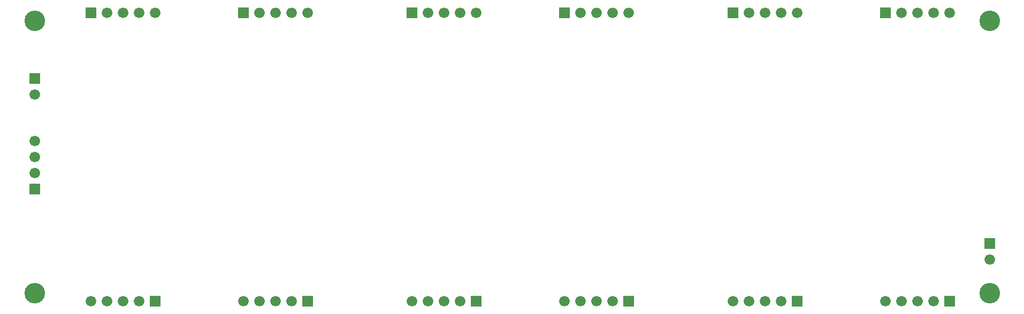
<source format=gbr>
G04 start of page 13 for group 17 layer_idx 0 *
G04 Title: (unknown), bottom_mask *
G04 Creator: pcb-rnd 1.2.7 *
G04 CreationDate: 2018-01-15 01:16:43 UTC *
G04 For: newell *
G04 Format: Gerber/RS-274X *
G04 PCB-Dimensions: 625000 200000 *
G04 PCB-Coordinate-Origin: lower left *
%MOIN*%
%FSLAX25Y25*%
%LNBOTTOMMASK*%
%ADD73C,0.1281*%
%ADD72C,0.0660*%
%ADD71C,0.0001*%
G54D71*G36*
X381700Y13300D02*Y6700D01*
X388300D01*
Y13300D01*
X381700D01*
G37*
G54D72*X375000Y10000D03*
X365000D03*
X355000D03*
X345000D03*
G54D71*G36*
X286700Y13300D02*Y6700D01*
X293300D01*
Y13300D01*
X286700D01*
G37*
G54D72*X290000Y190000D03*
X280000Y10000D03*
Y190000D03*
X270000Y10000D03*
X260000D03*
X250000D03*
G54D71*G36*
X246700Y193300D02*Y186700D01*
X253300D01*
Y193300D01*
X246700D01*
G37*
G54D72*X260000Y190000D03*
X270000D03*
G54D71*G36*
X341700Y193300D02*Y186700D01*
X348300D01*
Y193300D01*
X341700D01*
G37*
G54D72*X355000Y190000D03*
X365000D03*
X375000D03*
X385000D03*
G54D71*G36*
X11700Y83300D02*Y76700D01*
X18300D01*
Y83300D01*
X11700D01*
G37*
G54D72*X15000Y90000D03*
G54D73*Y15000D03*
G54D72*Y100000D03*
Y110000D03*
G54D73*Y185000D03*
G54D71*G36*
X11700Y152300D02*Y145700D01*
X18300D01*
Y152300D01*
X11700D01*
G37*
G54D72*X15000Y139000D03*
G54D73*X610000Y15000D03*
G54D71*G36*
X606700Y49300D02*Y42700D01*
X613300D01*
Y49300D01*
X606700D01*
G37*
G54D72*X610000Y36000D03*
G54D71*G36*
X486700Y13300D02*Y6700D01*
X493300D01*
Y13300D01*
X486700D01*
G37*
G54D72*X480000Y10000D03*
X470000D03*
X460000D03*
X450000D03*
G54D71*G36*
X581700Y13300D02*Y6700D01*
X588300D01*
Y13300D01*
X581700D01*
G37*
G54D72*X575000Y10000D03*
X565000D03*
X555000D03*
X545000D03*
G54D71*G36*
X141700Y193300D02*Y186700D01*
X148300D01*
Y193300D01*
X141700D01*
G37*
G54D72*X155000Y190000D03*
X165000D03*
X175000D03*
X185000D03*
G54D71*G36*
X46700Y193300D02*Y186700D01*
X53300D01*
Y193300D01*
X46700D01*
G37*
G54D72*X60000Y190000D03*
X70000D03*
X80000D03*
X90000D03*
G54D71*G36*
X446700Y193300D02*Y186700D01*
X453300D01*
Y193300D01*
X446700D01*
G37*
G54D72*X460000Y190000D03*
X470000D03*
X480000D03*
X490000D03*
G54D71*G36*
X181700Y13300D02*Y6700D01*
X188300D01*
Y13300D01*
X181700D01*
G37*
G54D72*X175000Y10000D03*
X165000D03*
X155000D03*
X145000D03*
G54D71*G36*
X86700Y13300D02*Y6700D01*
X93300D01*
Y13300D01*
X86700D01*
G37*
G54D72*X80000Y10000D03*
X70000D03*
X60000D03*
X50000D03*
G54D73*X610000Y185000D03*
G54D71*G36*
X541700Y193300D02*Y186700D01*
X548300D01*
Y193300D01*
X541700D01*
G37*
G54D72*X555000Y190000D03*
X565000D03*
X575000D03*
X585000D03*
M02*

</source>
